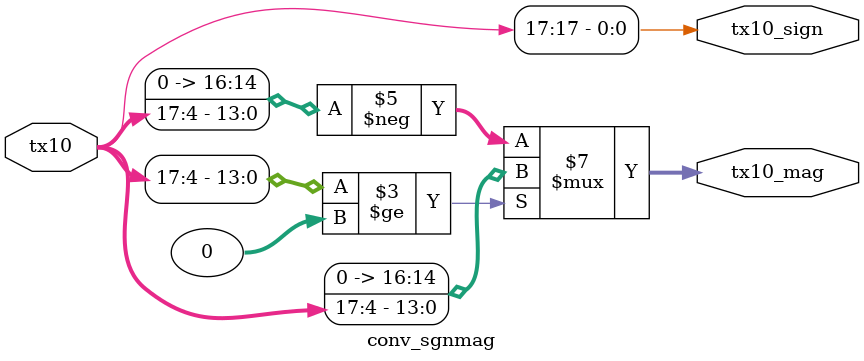
<source format=sv>
module conv_sgnmag (
  input signed [17:0] tx10,
  output logic tx10_sign,
  output logic [16:0] tx10_mag
);

  always_comb begin
    tx10_sign = (tx10[17] == 1'b1);    
    tx10_mag = (tx10[17:4] >= 0) ? tx10[17:4] : -tx10[17:4];
  end

endmodule

</source>
